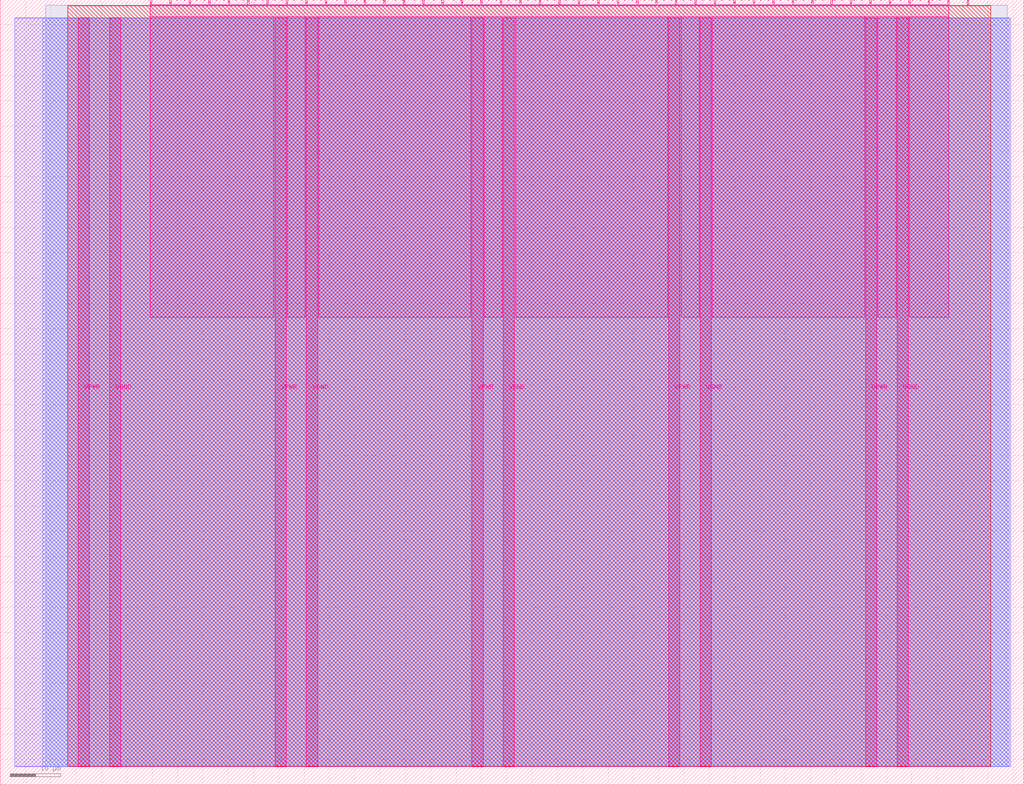
<source format=lef>
VERSION 5.7 ;
  NOWIREEXTENSIONATPIN ON ;
  DIVIDERCHAR "/" ;
  BUSBITCHARS "[]" ;
MACRO tt_um_samuelm_pwm_generator
  CLASS BLOCK ;
  FOREIGN tt_um_samuelm_pwm_generator ;
  ORIGIN 0.000 0.000 ;
  SIZE 202.080 BY 154.980 ;
  PIN VGND
    DIRECTION INOUT ;
    USE GROUND ;
    PORT
      LAYER Metal5 ;
        RECT 21.580 3.560 23.780 151.420 ;
    END
    PORT
      LAYER Metal5 ;
        RECT 60.450 3.560 62.650 151.420 ;
    END
    PORT
      LAYER Metal5 ;
        RECT 99.320 3.560 101.520 151.420 ;
    END
    PORT
      LAYER Metal5 ;
        RECT 138.190 3.560 140.390 151.420 ;
    END
    PORT
      LAYER Metal5 ;
        RECT 177.060 3.560 179.260 151.420 ;
    END
  END VGND
  PIN VPWR
    DIRECTION INOUT ;
    USE POWER ;
    PORT
      LAYER Metal5 ;
        RECT 15.380 3.560 17.580 151.420 ;
    END
    PORT
      LAYER Metal5 ;
        RECT 54.250 3.560 56.450 151.420 ;
    END
    PORT
      LAYER Metal5 ;
        RECT 93.120 3.560 95.320 151.420 ;
    END
    PORT
      LAYER Metal5 ;
        RECT 131.990 3.560 134.190 151.420 ;
    END
    PORT
      LAYER Metal5 ;
        RECT 170.860 3.560 173.060 151.420 ;
    END
  END VPWR
  PIN clk
    DIRECTION INPUT ;
    USE SIGNAL ;
    ANTENNAGATEAREA 0.213200 ;
    PORT
      LAYER Metal5 ;
        RECT 187.050 153.980 187.350 154.980 ;
    END
  END clk
  PIN ena
    DIRECTION INPUT ;
    USE SIGNAL ;
    PORT
      LAYER Metal5 ;
        RECT 190.890 153.980 191.190 154.980 ;
    END
  END ena
  PIN rst_n
    DIRECTION INPUT ;
    USE SIGNAL ;
    ANTENNAGATEAREA 0.708500 ;
    PORT
      LAYER Metal5 ;
        RECT 183.210 153.980 183.510 154.980 ;
    END
  END rst_n
  PIN ui_in[0]
    DIRECTION INPUT ;
    USE SIGNAL ;
    ANTENNAGATEAREA 0.180700 ;
    PORT
      LAYER Metal5 ;
        RECT 179.370 153.980 179.670 154.980 ;
    END
  END ui_in[0]
  PIN ui_in[1]
    DIRECTION INPUT ;
    USE SIGNAL ;
    ANTENNAGATEAREA 0.180700 ;
    PORT
      LAYER Metal5 ;
        RECT 175.530 153.980 175.830 154.980 ;
    END
  END ui_in[1]
  PIN ui_in[2]
    DIRECTION INPUT ;
    USE SIGNAL ;
    ANTENNAGATEAREA 0.180700 ;
    PORT
      LAYER Metal5 ;
        RECT 171.690 153.980 171.990 154.980 ;
    END
  END ui_in[2]
  PIN ui_in[3]
    DIRECTION INPUT ;
    USE SIGNAL ;
    ANTENNAGATEAREA 0.180700 ;
    PORT
      LAYER Metal5 ;
        RECT 167.850 153.980 168.150 154.980 ;
    END
  END ui_in[3]
  PIN ui_in[4]
    DIRECTION INPUT ;
    USE SIGNAL ;
    ANTENNAGATEAREA 0.180700 ;
    PORT
      LAYER Metal5 ;
        RECT 164.010 153.980 164.310 154.980 ;
    END
  END ui_in[4]
  PIN ui_in[5]
    DIRECTION INPUT ;
    USE SIGNAL ;
    ANTENNAGATEAREA 0.180700 ;
    PORT
      LAYER Metal5 ;
        RECT 160.170 153.980 160.470 154.980 ;
    END
  END ui_in[5]
  PIN ui_in[6]
    DIRECTION INPUT ;
    USE SIGNAL ;
    ANTENNAGATEAREA 0.180700 ;
    PORT
      LAYER Metal5 ;
        RECT 156.330 153.980 156.630 154.980 ;
    END
  END ui_in[6]
  PIN ui_in[7]
    DIRECTION INPUT ;
    USE SIGNAL ;
    ANTENNAGATEAREA 0.180700 ;
    PORT
      LAYER Metal5 ;
        RECT 152.490 153.980 152.790 154.980 ;
    END
  END ui_in[7]
  PIN uio_in[0]
    DIRECTION INPUT ;
    USE SIGNAL ;
    ANTENNAGATEAREA 0.180700 ;
    PORT
      LAYER Metal5 ;
        RECT 148.650 153.980 148.950 154.980 ;
    END
  END uio_in[0]
  PIN uio_in[1]
    DIRECTION INPUT ;
    USE SIGNAL ;
    ANTENNAGATEAREA 0.180700 ;
    PORT
      LAYER Metal5 ;
        RECT 144.810 153.980 145.110 154.980 ;
    END
  END uio_in[1]
  PIN uio_in[2]
    DIRECTION INPUT ;
    USE SIGNAL ;
    ANTENNAGATEAREA 0.180700 ;
    PORT
      LAYER Metal5 ;
        RECT 140.970 153.980 141.270 154.980 ;
    END
  END uio_in[2]
  PIN uio_in[3]
    DIRECTION INPUT ;
    USE SIGNAL ;
    ANTENNAGATEAREA 0.180700 ;
    PORT
      LAYER Metal5 ;
        RECT 137.130 153.980 137.430 154.980 ;
    END
  END uio_in[3]
  PIN uio_in[4]
    DIRECTION INPUT ;
    USE SIGNAL ;
    PORT
      LAYER Metal5 ;
        RECT 133.290 153.980 133.590 154.980 ;
    END
  END uio_in[4]
  PIN uio_in[5]
    DIRECTION INPUT ;
    USE SIGNAL ;
    ANTENNAGATEAREA 0.180700 ;
    PORT
      LAYER Metal5 ;
        RECT 129.450 153.980 129.750 154.980 ;
    END
  END uio_in[5]
  PIN uio_in[6]
    DIRECTION INPUT ;
    USE SIGNAL ;
    ANTENNAGATEAREA 0.180700 ;
    PORT
      LAYER Metal5 ;
        RECT 125.610 153.980 125.910 154.980 ;
    END
  END uio_in[6]
  PIN uio_in[7]
    DIRECTION INPUT ;
    USE SIGNAL ;
    ANTENNAGATEAREA 0.180700 ;
    PORT
      LAYER Metal5 ;
        RECT 121.770 153.980 122.070 154.980 ;
    END
  END uio_in[7]
  PIN uio_oe[0]
    DIRECTION OUTPUT ;
    USE SIGNAL ;
    ANTENNADIFFAREA 0.299200 ;
    PORT
      LAYER Metal5 ;
        RECT 56.490 153.980 56.790 154.980 ;
    END
  END uio_oe[0]
  PIN uio_oe[1]
    DIRECTION OUTPUT ;
    USE SIGNAL ;
    ANTENNADIFFAREA 0.299200 ;
    PORT
      LAYER Metal5 ;
        RECT 52.650 153.980 52.950 154.980 ;
    END
  END uio_oe[1]
  PIN uio_oe[2]
    DIRECTION OUTPUT ;
    USE SIGNAL ;
    ANTENNADIFFAREA 0.299200 ;
    PORT
      LAYER Metal5 ;
        RECT 48.810 153.980 49.110 154.980 ;
    END
  END uio_oe[2]
  PIN uio_oe[3]
    DIRECTION OUTPUT ;
    USE SIGNAL ;
    ANTENNADIFFAREA 0.299200 ;
    PORT
      LAYER Metal5 ;
        RECT 44.970 153.980 45.270 154.980 ;
    END
  END uio_oe[3]
  PIN uio_oe[4]
    DIRECTION OUTPUT ;
    USE SIGNAL ;
    ANTENNADIFFAREA 0.392700 ;
    PORT
      LAYER Metal5 ;
        RECT 41.130 153.980 41.430 154.980 ;
    END
  END uio_oe[4]
  PIN uio_oe[5]
    DIRECTION OUTPUT ;
    USE SIGNAL ;
    ANTENNADIFFAREA 0.299200 ;
    PORT
      LAYER Metal5 ;
        RECT 37.290 153.980 37.590 154.980 ;
    END
  END uio_oe[5]
  PIN uio_oe[6]
    DIRECTION OUTPUT ;
    USE SIGNAL ;
    ANTENNADIFFAREA 0.299200 ;
    PORT
      LAYER Metal5 ;
        RECT 33.450 153.980 33.750 154.980 ;
    END
  END uio_oe[6]
  PIN uio_oe[7]
    DIRECTION OUTPUT ;
    USE SIGNAL ;
    ANTENNADIFFAREA 0.299200 ;
    PORT
      LAYER Metal5 ;
        RECT 29.610 153.980 29.910 154.980 ;
    END
  END uio_oe[7]
  PIN uio_out[0]
    DIRECTION OUTPUT ;
    USE SIGNAL ;
    ANTENNADIFFAREA 0.299200 ;
    PORT
      LAYER Metal5 ;
        RECT 87.210 153.980 87.510 154.980 ;
    END
  END uio_out[0]
  PIN uio_out[1]
    DIRECTION OUTPUT ;
    USE SIGNAL ;
    ANTENNADIFFAREA 0.299200 ;
    PORT
      LAYER Metal5 ;
        RECT 83.370 153.980 83.670 154.980 ;
    END
  END uio_out[1]
  PIN uio_out[2]
    DIRECTION OUTPUT ;
    USE SIGNAL ;
    ANTENNADIFFAREA 0.299200 ;
    PORT
      LAYER Metal5 ;
        RECT 79.530 153.980 79.830 154.980 ;
    END
  END uio_out[2]
  PIN uio_out[3]
    DIRECTION OUTPUT ;
    USE SIGNAL ;
    ANTENNADIFFAREA 0.299200 ;
    PORT
      LAYER Metal5 ;
        RECT 75.690 153.980 75.990 154.980 ;
    END
  END uio_out[3]
  PIN uio_out[4]
    DIRECTION OUTPUT ;
    USE SIGNAL ;
    ANTENNADIFFAREA 0.299200 ;
    PORT
      LAYER Metal5 ;
        RECT 71.850 153.980 72.150 154.980 ;
    END
  END uio_out[4]
  PIN uio_out[5]
    DIRECTION OUTPUT ;
    USE SIGNAL ;
    ANTENNADIFFAREA 0.299200 ;
    PORT
      LAYER Metal5 ;
        RECT 68.010 153.980 68.310 154.980 ;
    END
  END uio_out[5]
  PIN uio_out[6]
    DIRECTION OUTPUT ;
    USE SIGNAL ;
    ANTENNADIFFAREA 0.299200 ;
    PORT
      LAYER Metal5 ;
        RECT 64.170 153.980 64.470 154.980 ;
    END
  END uio_out[6]
  PIN uio_out[7]
    DIRECTION OUTPUT ;
    USE SIGNAL ;
    ANTENNADIFFAREA 0.299200 ;
    PORT
      LAYER Metal5 ;
        RECT 60.330 153.980 60.630 154.980 ;
    END
  END uio_out[7]
  PIN uo_out[0]
    DIRECTION OUTPUT ;
    USE SIGNAL ;
    ANTENNADIFFAREA 0.706800 ;
    PORT
      LAYER Metal5 ;
        RECT 117.930 153.980 118.230 154.980 ;
    END
  END uo_out[0]
  PIN uo_out[1]
    DIRECTION OUTPUT ;
    USE SIGNAL ;
    ANTENNADIFFAREA 0.299200 ;
    PORT
      LAYER Metal5 ;
        RECT 114.090 153.980 114.390 154.980 ;
    END
  END uo_out[1]
  PIN uo_out[2]
    DIRECTION OUTPUT ;
    USE SIGNAL ;
    ANTENNADIFFAREA 0.299200 ;
    PORT
      LAYER Metal5 ;
        RECT 110.250 153.980 110.550 154.980 ;
    END
  END uo_out[2]
  PIN uo_out[3]
    DIRECTION OUTPUT ;
    USE SIGNAL ;
    ANTENNADIFFAREA 0.299200 ;
    PORT
      LAYER Metal5 ;
        RECT 106.410 153.980 106.710 154.980 ;
    END
  END uo_out[3]
  PIN uo_out[4]
    DIRECTION OUTPUT ;
    USE SIGNAL ;
    ANTENNADIFFAREA 0.299200 ;
    PORT
      LAYER Metal5 ;
        RECT 102.570 153.980 102.870 154.980 ;
    END
  END uo_out[4]
  PIN uo_out[5]
    DIRECTION OUTPUT ;
    USE SIGNAL ;
    ANTENNADIFFAREA 0.299200 ;
    PORT
      LAYER Metal5 ;
        RECT 98.730 153.980 99.030 154.980 ;
    END
  END uo_out[5]
  PIN uo_out[6]
    DIRECTION OUTPUT ;
    USE SIGNAL ;
    ANTENNADIFFAREA 0.299200 ;
    PORT
      LAYER Metal5 ;
        RECT 94.890 153.980 95.190 154.980 ;
    END
  END uo_out[6]
  PIN uo_out[7]
    DIRECTION OUTPUT ;
    USE SIGNAL ;
    ANTENNADIFFAREA 0.299200 ;
    PORT
      LAYER Metal5 ;
        RECT 91.050 153.980 91.350 154.980 ;
    END
  END uo_out[7]
  OBS
      LAYER GatPoly ;
        RECT 2.880 3.630 199.200 151.350 ;
      LAYER Metal1 ;
        RECT 2.880 3.560 199.200 151.420 ;
      LAYER Metal2 ;
        RECT 8.365 3.680 199.475 151.300 ;
      LAYER Metal3 ;
        RECT 9.020 3.635 198.820 153.865 ;
      LAYER Metal4 ;
        RECT 13.295 3.680 195.505 153.820 ;
      LAYER Metal5 ;
        RECT 30.120 153.770 33.240 153.980 ;
        RECT 33.960 153.770 37.080 153.980 ;
        RECT 37.800 153.770 40.920 153.980 ;
        RECT 41.640 153.770 44.760 153.980 ;
        RECT 45.480 153.770 48.600 153.980 ;
        RECT 49.320 153.770 52.440 153.980 ;
        RECT 53.160 153.770 56.280 153.980 ;
        RECT 57.000 153.770 60.120 153.980 ;
        RECT 60.840 153.770 63.960 153.980 ;
        RECT 64.680 153.770 67.800 153.980 ;
        RECT 68.520 153.770 71.640 153.980 ;
        RECT 72.360 153.770 75.480 153.980 ;
        RECT 76.200 153.770 79.320 153.980 ;
        RECT 80.040 153.770 83.160 153.980 ;
        RECT 83.880 153.770 87.000 153.980 ;
        RECT 87.720 153.770 90.840 153.980 ;
        RECT 91.560 153.770 94.680 153.980 ;
        RECT 95.400 153.770 98.520 153.980 ;
        RECT 99.240 153.770 102.360 153.980 ;
        RECT 103.080 153.770 106.200 153.980 ;
        RECT 106.920 153.770 110.040 153.980 ;
        RECT 110.760 153.770 113.880 153.980 ;
        RECT 114.600 153.770 117.720 153.980 ;
        RECT 118.440 153.770 121.560 153.980 ;
        RECT 122.280 153.770 125.400 153.980 ;
        RECT 126.120 153.770 129.240 153.980 ;
        RECT 129.960 153.770 133.080 153.980 ;
        RECT 133.800 153.770 136.920 153.980 ;
        RECT 137.640 153.770 140.760 153.980 ;
        RECT 141.480 153.770 144.600 153.980 ;
        RECT 145.320 153.770 148.440 153.980 ;
        RECT 149.160 153.770 152.280 153.980 ;
        RECT 153.000 153.770 156.120 153.980 ;
        RECT 156.840 153.770 159.960 153.980 ;
        RECT 160.680 153.770 163.800 153.980 ;
        RECT 164.520 153.770 167.640 153.980 ;
        RECT 168.360 153.770 171.480 153.980 ;
        RECT 172.200 153.770 175.320 153.980 ;
        RECT 176.040 153.770 179.160 153.980 ;
        RECT 179.880 153.770 183.000 153.980 ;
        RECT 183.720 153.770 186.840 153.980 ;
        RECT 29.660 151.630 187.300 153.770 ;
        RECT 29.660 92.255 54.040 151.630 ;
        RECT 56.660 92.255 60.240 151.630 ;
        RECT 62.860 92.255 92.910 151.630 ;
        RECT 95.530 92.255 99.110 151.630 ;
        RECT 101.730 92.255 131.780 151.630 ;
        RECT 134.400 92.255 137.980 151.630 ;
        RECT 140.600 92.255 170.650 151.630 ;
        RECT 173.270 92.255 176.850 151.630 ;
        RECT 179.470 92.255 187.300 151.630 ;
  END
END tt_um_samuelm_pwm_generator
END LIBRARY


</source>
